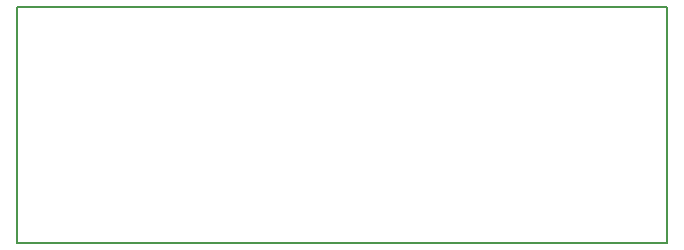
<source format=gbr>
G04*
G04 #@! TF.GenerationSoftware,Altium Limited,Altium Designer,24.2.2 (26)*
G04*
G04 Layer_Color=16711935*
%FSLAX44Y44*%
%MOMM*%
G71*
G04*
G04 #@! TF.SameCoordinates,200C4C84-4450-49E8-9A81-A87B66CA8C1A*
G04*
G04*
G04 #@! TF.FilePolarity,Positive*
G04*
G01*
G75*
%ADD12C,0.2000*%
D12*
X0Y0D02*
Y200000D01*
X550033D01*
Y0D02*
Y200000D01*
X0Y0D02*
X550033D01*
M02*

</source>
